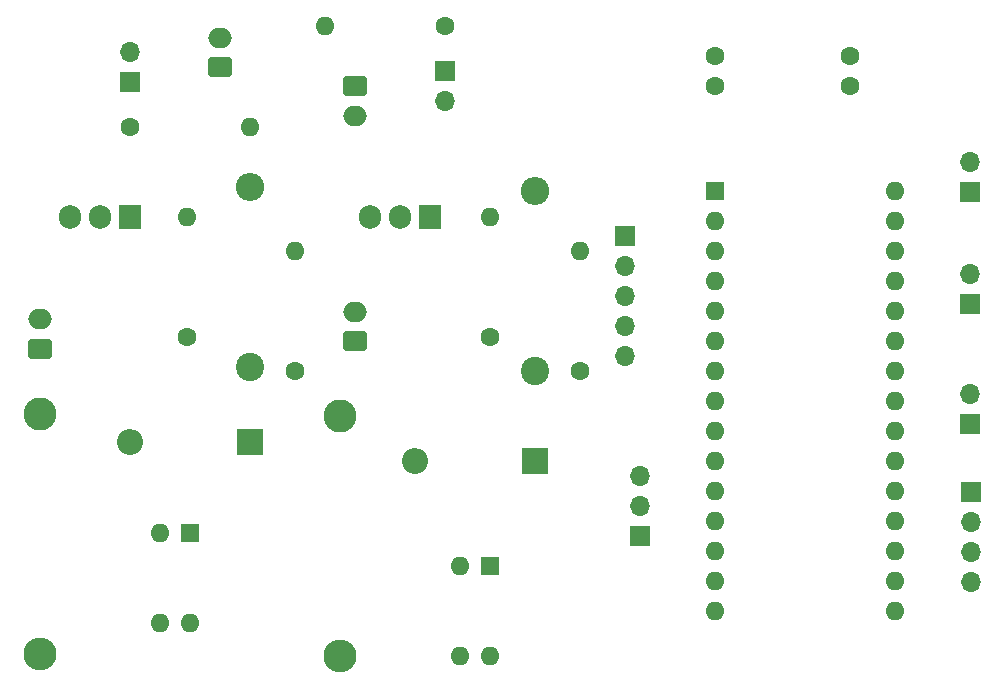
<source format=gbr>
%TF.GenerationSoftware,KiCad,Pcbnew,7.0.5-0*%
%TF.CreationDate,2023-06-24T13:37:05+02:00*%
%TF.ProjectId,spoje_pcb,73706f6a-655f-4706-9362-2e6b69636164,rev?*%
%TF.SameCoordinates,Original*%
%TF.FileFunction,Soldermask,Bot*%
%TF.FilePolarity,Negative*%
%FSLAX46Y46*%
G04 Gerber Fmt 4.6, Leading zero omitted, Abs format (unit mm)*
G04 Created by KiCad (PCBNEW 7.0.5-0) date 2023-06-24 13:37:05*
%MOMM*%
%LPD*%
G01*
G04 APERTURE LIST*
G04 Aperture macros list*
%AMRoundRect*
0 Rectangle with rounded corners*
0 $1 Rounding radius*
0 $2 $3 $4 $5 $6 $7 $8 $9 X,Y pos of 4 corners*
0 Add a 4 corners polygon primitive as box body*
4,1,4,$2,$3,$4,$5,$6,$7,$8,$9,$2,$3,0*
0 Add four circle primitives for the rounded corners*
1,1,$1+$1,$2,$3*
1,1,$1+$1,$4,$5*
1,1,$1+$1,$6,$7*
1,1,$1+$1,$8,$9*
0 Add four rect primitives between the rounded corners*
20,1,$1+$1,$2,$3,$4,$5,0*
20,1,$1+$1,$4,$5,$6,$7,0*
20,1,$1+$1,$6,$7,$8,$9,0*
20,1,$1+$1,$8,$9,$2,$3,0*%
G04 Aperture macros list end*
%ADD10C,1.600000*%
%ADD11O,1.600000X1.600000*%
%ADD12C,2.400000*%
%ADD13O,2.400000X2.400000*%
%ADD14C,2.800000*%
%ADD15O,2.800000X2.800000*%
%ADD16RoundRect,0.250000X0.750000X-0.600000X0.750000X0.600000X-0.750000X0.600000X-0.750000X-0.600000X0*%
%ADD17O,2.000000X1.700000*%
%ADD18R,1.700000X1.700000*%
%ADD19O,1.700000X1.700000*%
%ADD20RoundRect,0.250000X-0.750000X0.600000X-0.750000X-0.600000X0.750000X-0.600000X0.750000X0.600000X0*%
%ADD21R,1.600000X1.600000*%
%ADD22O,1.905000X2.000000*%
%ADD23R,1.905000X2.000000*%
%ADD24R,2.200000X2.200000*%
%ADD25O,2.200000X2.200000*%
G04 APERTURE END LIST*
D10*
%TO.C,R12*%
X137160000Y-54610000D03*
D11*
X127000000Y-54610000D03*
%TD*%
D10*
%TO.C,R11*%
X110490000Y-63195000D03*
D11*
X120650000Y-63195000D03*
%TD*%
D10*
%TO.C,R10*%
X124460000Y-83820000D03*
D11*
X124460000Y-73660000D03*
%TD*%
D12*
%TO.C,R9*%
X120650000Y-83515000D03*
D13*
X120650000Y-68275000D03*
%TD*%
D10*
%TO.C,R7*%
X115255765Y-80975000D03*
D11*
X115255765Y-70815000D03*
%TD*%
D10*
%TO.C,R5*%
X148590000Y-83820000D03*
D11*
X148590000Y-73660000D03*
%TD*%
D10*
%TO.C,R4*%
X140970000Y-80910000D03*
D11*
X140970000Y-70750000D03*
%TD*%
D12*
%TO.C,R2*%
X144780000Y-83820000D03*
D13*
X144780000Y-68580000D03*
%TD*%
D14*
%TO.C,R8*%
X102870000Y-87469235D03*
D15*
X102870000Y-107789235D03*
%TD*%
D14*
%TO.C,R1*%
X128270000Y-87630000D03*
D15*
X128270000Y-107950000D03*
%TD*%
D16*
%TO.C,J12*%
X118110000Y-58115000D03*
D17*
X118110000Y-55615000D03*
%TD*%
D18*
%TO.C,J3*%
X153670000Y-97790000D03*
D19*
X153670000Y-95250000D03*
X153670000Y-92710000D03*
%TD*%
%TO.C,J11*%
X137160000Y-60960000D03*
D18*
X137160000Y-58420000D03*
%TD*%
D16*
%TO.C,J10*%
X102870000Y-81915000D03*
D17*
X102870000Y-79415000D03*
%TD*%
D18*
%TO.C,J9*%
X181610000Y-68675000D03*
D19*
X181610000Y-66135000D03*
%TD*%
D16*
%TO.C,J8*%
X129540000Y-81280000D03*
D17*
X129540000Y-78780000D03*
%TD*%
D18*
%TO.C,J7*%
X181610000Y-78105000D03*
D19*
X181610000Y-75565000D03*
%TD*%
D18*
%TO.C,J6*%
X181610000Y-88265000D03*
D19*
X181610000Y-85725000D03*
%TD*%
%TO.C,J5*%
X181650000Y-101695000D03*
X181650000Y-99155000D03*
X181650000Y-96615000D03*
D18*
X181650000Y-94075000D03*
%TD*%
%TO.C,J4*%
X152400000Y-72395000D03*
D19*
X152400000Y-74935000D03*
X152400000Y-77475000D03*
X152400000Y-80015000D03*
X152400000Y-82555000D03*
%TD*%
D20*
%TO.C,J2*%
X129540000Y-59690000D03*
D17*
X129540000Y-62190000D03*
%TD*%
D19*
%TO.C,J1*%
X110490000Y-56845000D03*
D18*
X110490000Y-59385000D03*
%TD*%
D10*
%TO.C,C2*%
X171450000Y-57150000D03*
X171450000Y-59650000D03*
%TD*%
%TO.C,C1*%
X160020000Y-57150000D03*
X160020000Y-59650000D03*
%TD*%
D11*
%TO.C,U2*%
X115570000Y-105115000D03*
X113030000Y-105115000D03*
X113030000Y-97495000D03*
D21*
X115570000Y-97495000D03*
%TD*%
D22*
%TO.C,Q2*%
X105410000Y-70815000D03*
X107950000Y-70815000D03*
D23*
X110490000Y-70815000D03*
%TD*%
D24*
%TO.C,D2*%
X120650000Y-89865000D03*
D25*
X110490000Y-89865000D03*
%TD*%
%TO.C,D1*%
X134620000Y-91440000D03*
D24*
X144780000Y-91440000D03*
%TD*%
D21*
%TO.C,U1*%
X140970000Y-100330000D03*
D11*
X138430000Y-100330000D03*
X138430000Y-107950000D03*
X140970000Y-107950000D03*
%TD*%
D22*
%TO.C,Q1*%
X130810000Y-70750000D03*
X133350000Y-70750000D03*
D23*
X135890000Y-70750000D03*
%TD*%
D21*
%TO.C,A1*%
X160020000Y-68580000D03*
D11*
X160020000Y-71120000D03*
X160020000Y-73660000D03*
X160020000Y-76200000D03*
X160020000Y-78740000D03*
X160020000Y-81280000D03*
X160020000Y-83820000D03*
X160020000Y-86360000D03*
X160020000Y-88900000D03*
X160020000Y-91440000D03*
X160020000Y-93980000D03*
X160020000Y-96520000D03*
X160020000Y-99060000D03*
X160020000Y-101600000D03*
X160020000Y-104140000D03*
X175260000Y-104140000D03*
X175260000Y-101600000D03*
X175260000Y-99060000D03*
X175260000Y-96520000D03*
X175260000Y-93980000D03*
X175260000Y-91440000D03*
X175260000Y-88900000D03*
X175260000Y-86360000D03*
X175260000Y-83820000D03*
X175260000Y-81280000D03*
X175260000Y-78740000D03*
X175260000Y-76200000D03*
X175260000Y-73660000D03*
X175260000Y-71120000D03*
X175260000Y-68580000D03*
%TD*%
M02*

</source>
